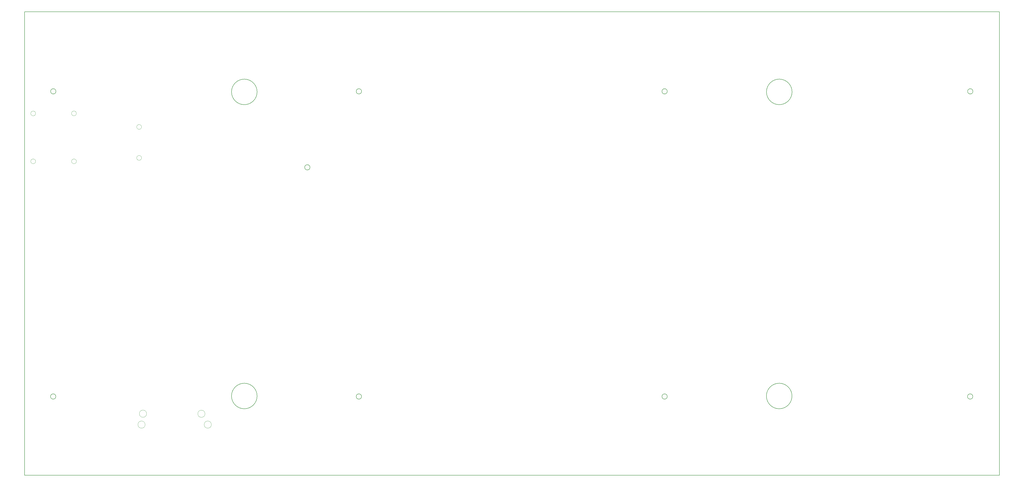
<source format=gm1>
G04 #@! TF.GenerationSoftware,KiCad,Pcbnew,(6.0.1)*
G04 #@! TF.CreationDate,2023-03-07T12:10:13-05:00*
G04 #@! TF.ProjectId,Interconnect,496e7465-7263-46f6-9e6e-6563742e6b69,1.0*
G04 #@! TF.SameCoordinates,Original*
G04 #@! TF.FileFunction,Profile,NP*
%FSLAX46Y46*%
G04 Gerber Fmt 4.6, Leading zero omitted, Abs format (unit mm)*
G04 Created by KiCad (PCBNEW (6.0.1)) date 2023-03-07 12:10:13*
%MOMM*%
%LPD*%
G01*
G04 APERTURE LIST*
G04 #@! TA.AperFunction,Profile*
%ADD10C,0.100000*%
G04 #@! TD*
G04 #@! TA.AperFunction,Profile*
%ADD11C,0.160000*%
G04 #@! TD*
G04 APERTURE END LIST*
D10*
X61325000Y-71058261D02*
G75*
G03*
X61325000Y-71058261I-1000000J0D01*
G01*
X61325000Y-83983935D02*
G75*
G03*
X61325000Y-83983935I-1000000J0D01*
G01*
D11*
X332523355Y-56427000D02*
G75*
G03*
X332523355Y-56427000I-5334000J0D01*
G01*
X12573000Y-216500000D02*
X418973000Y-216500000D01*
X418973000Y-22989135D02*
X12573000Y-22989135D01*
X153045730Y-56200000D02*
G75*
G03*
X153045730Y-56200000I-1100000J0D01*
G01*
X12573000Y-22989135D02*
X12573000Y-216500000D01*
D10*
X87790000Y-190840000D02*
G75*
G03*
X87790000Y-190840000I-1500000J0D01*
G01*
D11*
X280487020Y-56200000D02*
G75*
G03*
X280487020Y-56200000I-1100000J0D01*
G01*
X280489164Y-183634346D02*
G75*
G03*
X280489164Y-183634346I-1100000J0D01*
G01*
X131553000Y-87929135D02*
G75*
G03*
X131553000Y-87929135I-1100000J0D01*
G01*
X109503517Y-183423197D02*
G75*
G03*
X109503517Y-183423197I-5334000J0D01*
G01*
X109507197Y-56432700D02*
G75*
G03*
X109507197Y-56432700I-5334000J0D01*
G01*
D10*
X34155752Y-65407135D02*
G75*
G03*
X34155752Y-65407135I-999676J0D01*
G01*
D11*
X418973000Y-216500000D02*
X418973000Y-22989135D01*
X407922146Y-56200000D02*
G75*
G03*
X407922146Y-56200000I-1100000J0D01*
G01*
D10*
X17154076Y-65432535D02*
G75*
G03*
X17154076Y-65432535I-999676J0D01*
G01*
D11*
X25643863Y-56200000D02*
G75*
G03*
X25643863Y-56200000I-1100000J0D01*
G01*
X407870180Y-183634346D02*
G75*
G03*
X407870180Y-183634346I-1100000J0D01*
G01*
D10*
X90443000Y-195363000D02*
G75*
G03*
X90443000Y-195363000I-1500000J0D01*
G01*
X62823000Y-195363000D02*
G75*
G03*
X62823000Y-195363000I-1500000J0D01*
G01*
D11*
X153037271Y-183634346D02*
G75*
G03*
X153037271Y-183634346I-1100000J0D01*
G01*
X25599252Y-183634346D02*
G75*
G03*
X25599252Y-183634346I-1100000J0D01*
G01*
D10*
X34172076Y-85422335D02*
G75*
G03*
X34172076Y-85422335I-999676J0D01*
G01*
X17154076Y-85422335D02*
G75*
G03*
X17154076Y-85422335I-999676J0D01*
G01*
D11*
X332495476Y-183423197D02*
G75*
G03*
X332495476Y-183423197I-5334000J0D01*
G01*
D10*
X63430000Y-190810000D02*
G75*
G03*
X63430000Y-190810000I-1500000J0D01*
G01*
M02*

</source>
